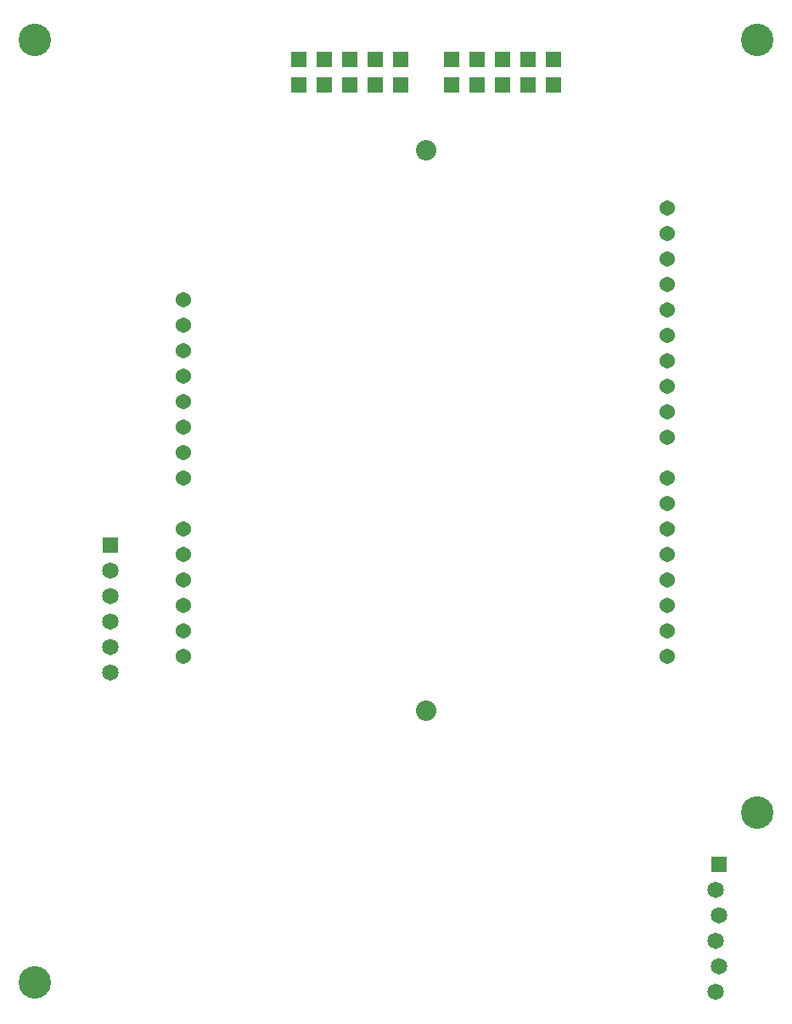
<source format=gbs>
G04*
G04 #@! TF.GenerationSoftware,Altium Limited,Altium Designer,22.6.1 (34)*
G04*
G04 Layer_Color=16711935*
%FSLAX44Y44*%
%MOMM*%
G71*
G04*
G04 #@! TF.SameCoordinates,4419A6E8-9986-4028-A635-E4EA591E95E1*
G04*
G04*
G04 #@! TF.FilePolarity,Negative*
G04*
G01*
G75*
%ADD47R,1.6400X1.6400*%
%ADD48C,2.0400*%
%ADD49C,1.5400*%
%ADD50C,3.2400*%
%ADD51R,1.6400X1.6400*%
%ADD52C,1.6400*%
D47*
X404208Y960740D02*
D03*
X378808D02*
D03*
X353408D02*
D03*
X455008D02*
D03*
X480408D02*
D03*
X505808D02*
D03*
X302608D02*
D03*
X328008D02*
D03*
X556608D02*
D03*
X531208D02*
D03*
Y935340D02*
D03*
X556608D02*
D03*
X328008D02*
D03*
X302608D02*
D03*
X505808D02*
D03*
X480408D02*
D03*
X455008D02*
D03*
X353408D02*
D03*
X378808D02*
D03*
X404208D02*
D03*
D48*
X429608Y869940D02*
D03*
Y311140D02*
D03*
D49*
X187800Y492750D02*
D03*
Y467350D02*
D03*
Y441950D02*
D03*
Y416550D02*
D03*
Y391150D02*
D03*
Y365750D02*
D03*
X670400D02*
D03*
Y391150D02*
D03*
Y416550D02*
D03*
Y441950D02*
D03*
Y467350D02*
D03*
Y492750D02*
D03*
Y518150D02*
D03*
Y543550D02*
D03*
Y634990D02*
D03*
Y812790D02*
D03*
Y787390D02*
D03*
Y761990D02*
D03*
Y736590D02*
D03*
Y711190D02*
D03*
Y685790D02*
D03*
Y660390D02*
D03*
Y609590D02*
D03*
Y584190D02*
D03*
X187800Y721350D02*
D03*
Y695950D02*
D03*
Y670550D02*
D03*
Y645150D02*
D03*
Y619750D02*
D03*
Y594350D02*
D03*
Y568950D02*
D03*
Y543550D02*
D03*
D50*
X760000Y980000D02*
D03*
Y210000D02*
D03*
X40000Y40000D02*
D03*
Y980000D02*
D03*
D51*
X722089Y158456D02*
D03*
X115156Y476748D02*
D03*
D52*
X718914Y133056D02*
D03*
X722089Y107656D02*
D03*
X718914Y82256D02*
D03*
X722089Y56856D02*
D03*
X718914Y31456D02*
D03*
X115156Y451348D02*
D03*
Y425948D02*
D03*
Y400548D02*
D03*
Y375148D02*
D03*
Y349748D02*
D03*
M02*

</source>
